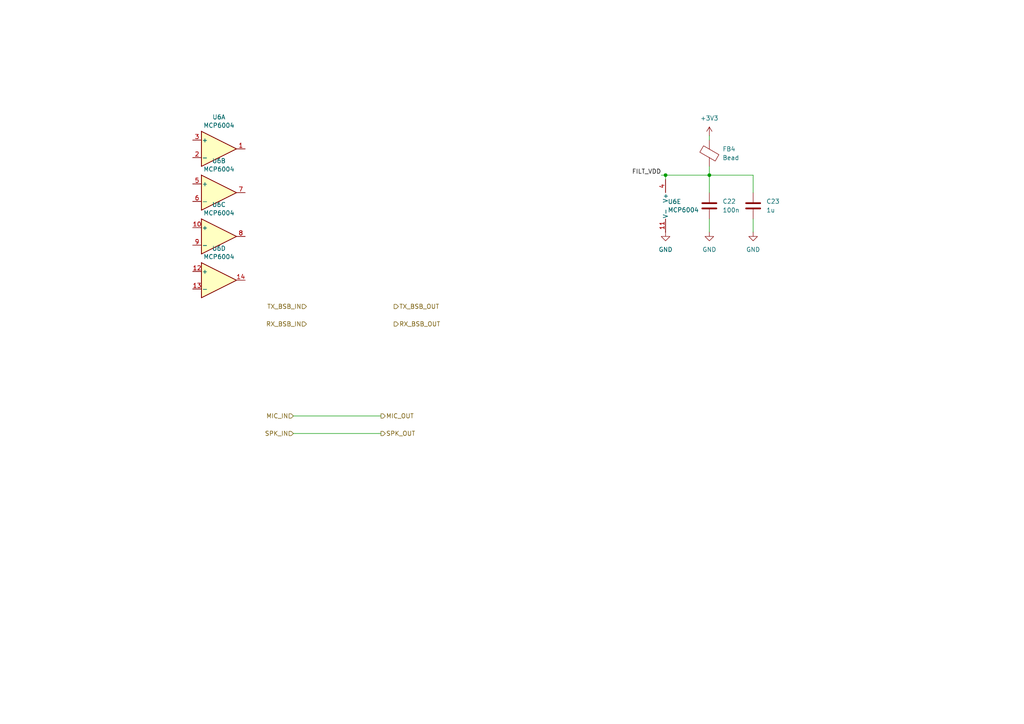
<source format=kicad_sch>
(kicad_sch (version 20231120) (generator "eeschema") (generator_version "8.0")
  (paper "A4")
  (title_block (title "Mainboard replacement for Nokia 3310") (date "25-10-2024") (rev "Rev A") (company "M17 Project") (comment 1 "Wojciech Kaczmarski, SP5WWP"))
  (lib_symbols
    (symbol "Amplifier_Operational:MCP6004" (pin_names (offset 0.127))
      (property "Reference" "U" (at 0 5.08 0))
      (property "Value" "MCP6004" (at 0 -5.08 0))
      (symbol "MCP6004_1_1"
        (polyline (pts (xy -5.08 5.08) (xy 5.08 0) (xy -5.08 -5.08) (xy -5.08 5.08)) (stroke (width 0.254)) (fill (type background)))
        (pin output line (at 7.62 0 180) (length 2.54) (name "~") (number "1"))
        (pin input line (at -7.62 -2.54 0) (length 2.54) (name "-") (number "2"))
        (pin input line (at -7.62 2.54 0) (length 2.54) (name "+") (number "3"))
      )
      (symbol "MCP6004_2_1"
        (polyline (pts (xy -5.08 5.08) (xy 5.08 0) (xy -5.08 -5.08) (xy -5.08 5.08)) (stroke (width 0.254)) (fill (type background)))
        (pin input line (at -7.62 2.54 0) (length 2.54) (name "+") (number "5"))
        (pin input line (at -7.62 -2.54 0) (length 2.54) (name "-") (number "6"))
        (pin output line (at 7.62 0 180) (length 2.54) (name "~") (number "7"))
      )
      (symbol "MCP6004_3_1"
        (polyline (pts (xy -5.08 5.08) (xy 5.08 0) (xy -5.08 -5.08) (xy -5.08 5.08)) (stroke (width 0.254)) (fill (type background)))
        (pin input line (at -7.62 2.54 0) (length 2.54) (name "+") (number "10"))
        (pin output line (at 7.62 0 180) (length 2.54) (name "~") (number "8"))
        (pin input line (at -7.62 -2.54 0) (length 2.54) (name "-") (number "9"))
      )
      (symbol "MCP6004_4_1"
        (polyline (pts (xy -5.08 5.08) (xy 5.08 0) (xy -5.08 -5.08) (xy -5.08 5.08)) (stroke (width 0.254)) (fill (type background)))
        (pin input line (at -7.62 2.54 0) (length 2.54) (name "+") (number "12"))
        (pin input line (at -7.62 -2.54 0) (length 2.54) (name "-") (number "13"))
        (pin output line (at 7.62 0 180) (length 2.54) (name "~") (number "14"))
      )
      (symbol "MCP6004_5_1"
        (pin power_in line (at -2.54 -7.62 90) (length 3.81) (name "V-") (number "11"))
        (pin power_in line (at -2.54 7.62 270) (length 3.81) (name "V+") (number "4"))
      )
    )
    (symbol "Device:C" (pin_numbers hide) (pin_names (offset 0.254))
      (property "Reference" "C" (at 0.635 2.54 0))
      (property "Value" "C" (at 0.635 -2.54 0))
      (symbol "C_0_1"
        (polyline (pts (xy -2.032 -0.762) (xy 2.032 -0.762)) (stroke (width 0.508)))
        (polyline (pts (xy -2.032 0.762) (xy 2.032 0.762)) (stroke (width 0.508)))
      )
      (symbol "C_1_1"
        (pin passive line (at 0 3.81 270) (length 2.794) (name "~") (number "1"))
        (pin passive line (at 0 -3.81 90) (length 2.794) (name "~") (number "2"))
      )
    )
    (symbol "Device:FerriteBead" (pin_numbers hide) (pin_names (offset 0))
      (property "Reference" "FB" (at -3.81 0.635 90))
      (property "Value" "FerriteBead" (at 3.81 0 90))
      (symbol "FerriteBead_0_1"
        (polyline (pts (xy 0 -1.27) (xy 0 -1.2192)))
        (polyline (pts (xy 0 1.27) (xy 0 1.2954)))
        (polyline (pts (xy -2.7686 0.4064) (xy -1.7018 2.2606) (xy 2.7686 -0.3048) (xy 1.6764 -2.159) (xy -2.7686 0.4064)))
      )
      (symbol "FerriteBead_1_1"
        (pin passive line (at 0 3.81 270) (length 2.54) (name "~") (number "1"))
        (pin passive line (at 0 -3.81 90) (length 2.54) (name "~") (number "2"))
      )
    )
    (symbol "power:+3V3" (power) (pin_numbers hide) (pin_names (offset 0) hide)
      (property "Value" "+3V3" (at 0 3.556 0))
      (symbol "+3V3_0_1"
        (polyline (pts (xy -0.762 1.27) (xy 0 2.54)))
        (polyline (pts (xy 0 0) (xy 0 2.54)))
        (polyline (pts (xy 0 2.54) (xy 0.762 1.27)))
      )
      (symbol "+3V3_1_1"
        (pin power_in line (at 0 0 90) (length 0) (name "~") (number "1"))
      )
    )
    (symbol "power:GND" (power) (pin_numbers hide) (pin_names (offset 0) hide)
      (property "Value" "GND" (at 0 -3.81 0))
      (symbol "GND_0_1"
        (polyline (pts (xy 0 0) (xy 0 -1.27) (xy 1.27 -1.27) (xy 0 -2.54) (xy -1.27 -1.27) (xy 0 -1.27)))
      )
      (symbol "GND_1_1"
        (pin power_in line (at 0 0 270) (length 0) (name "~") (number "1"))
      )
    )
  )
  (junction (at 193.04 50.8))
  (junction (at 205.74 50.8))
  (wire (pts (xy 218.44 50.8) (xy 205.74 50.8)))
  (wire (pts (xy 205.74 39.37) (xy 205.74 40.64)))
  (wire (pts (xy 205.74 48.26) (xy 205.74 50.8)))
  (wire (pts (xy 218.44 67.31) (xy 218.44 63.5)))
  (wire (pts (xy 193.04 50.8) (xy 205.74 50.8)))
  (wire (pts (xy 218.44 55.88) (xy 218.44 50.8)))
  (wire (pts (xy 205.74 50.8) (xy 205.74 55.88)))
  (wire (pts (xy 85.09 120.65) (xy 110.49 120.65)))
  (wire (pts (xy 85.09 125.73) (xy 110.49 125.73)))
  (wire (pts (xy 191.77 50.8) (xy 193.04 50.8)))
  (wire (pts (xy 205.74 63.5) (xy 205.74 67.31)))
  (wire (pts (xy 193.04 50.8) (xy 193.04 52.07)))
  (label "FILT_VDD" (at 191.77 50.8 180))
  (hierarchical_label "TX_BSB_IN" (shape input) (at 88.9 88.9 180))
  (hierarchical_label "SPK_IN" (shape input) (at 85.09 125.73 180))
  (hierarchical_label "MIC_IN" (shape input) (at 85.09 120.65 180))
  (hierarchical_label "RX_BSB_IN" (shape input) (at 88.9 93.98 180))
  (hierarchical_label "TX_BSB_OUT" (shape output) (at 114.3 88.9 0))
  (hierarchical_label "SPK_OUT" (shape output) (at 110.49 125.73 0))
  (hierarchical_label "RX_BSB_OUT" (shape output) (at 114.3 93.98 0))
  (hierarchical_label "MIC_OUT" (shape output) (at 110.49 120.65 0))
  (symbol (lib_id "power:GND") (at 193.04 67.31 0) (unit 1)
    (property "Reference" "#PWR065" (effects (hide yes)))
    (property "Value" "GND" (at 193.04 72.39 0))
    (property "Description" "Power symbol creates a global label with name \"GND\" , ground" (effects (hide yes)))
  )
  (symbol (lib_id "Amplifier_Operational:MCP6004") (at 63.5 81.28 0) (unit 4)
    (property "Reference" "U6" (at 63.5 72.0555 0))
    (property "Value" "MCP6004" (at 63.5 74.4798 0))
    (property "Datasheet" "http://ww1.microchip.com/downloads/en/DeviceDoc/21733j.pdf" (effects (hide yes)))
    (property "Description" "1MHz, Low-Power Op Amp, DIP-14/SOIC-14/TSSOP-14" (effects (hide yes)))
  )
  (symbol (lib_id "Device:FerriteBead") (at 205.74 44.45 180) (unit 1)
    (property "Reference" "FB4" (at 209.55 43.2307 0) (effects (justify right)))
    (property "Value" "Bead" (at 209.55 45.7707 0) (effects (justify right)))
    (property "Footprint" "Inductor_SMD:L_0805_2012Metric" (effects (hide yes)))
    (property "Description" "Ferrite bead" (effects (hide yes)))
    (property "PN" "81-NFZ2MSD102SZ10L" (effects (hide yes)))
    (property "MPN" "81-NFZ2MSD102SZ10L" (effects (hide yes)))
  )
  (symbol (lib_id "Device:C") (at 205.74 59.69 180) (unit 1)
    (property "Reference" "C22" (at 209.55 58.4199 0) (effects (justify right)))
    (property "Value" "100n" (at 209.55 60.9599 0) (effects (justify right)))
    (property "Footprint" "Capacitor_SMD:C_0805_2012Metric" (effects (hide yes)))
    (property "Description" "Unpolarized capacitor" (effects (hide yes)))
  )
  (symbol (lib_id "Amplifier_Operational:MCP6004") (at 195.58 59.69 0) (unit 5)
    (property "Reference" "U6" (at 193.675 58.4778 0) (effects (justify left)))
    (property "Value" "MCP6004" (at 193.675 60.9021 0) (effects (justify left)))
    (property "Datasheet" "http://ww1.microchip.com/downloads/en/DeviceDoc/21733j.pdf" (effects (hide yes)))
    (property "Description" "1MHz, Low-Power Op Amp, DIP-14/SOIC-14/TSSOP-14" (effects (hide yes)))
  )
  (symbol (lib_id "Amplifier_Operational:MCP6004") (at 63.5 43.18 0) (unit 1)
    (property "Reference" "U6" (at 63.5 33.9555 0))
    (property "Value" "MCP6004" (at 63.5 36.3798 0))
    (property "Datasheet" "http://ww1.microchip.com/downloads/en/DeviceDoc/21733j.pdf" (effects (hide yes)))
    (property "Description" "1MHz, Low-Power Op Amp, DIP-14/SOIC-14/TSSOP-14" (effects (hide yes)))
  )
  (symbol (lib_id "Device:C") (at 218.44 59.69 180) (unit 1)
    (property "Reference" "C23" (at 222.25 58.4199 0) (effects (justify right)))
    (property "Value" "1u" (at 222.25 60.9599 0) (effects (justify right)))
    (property "Footprint" "Capacitor_SMD:C_0805_2012Metric" (effects (hide yes)))
    (property "Description" "Unpolarized capacitor" (effects (hide yes)))
  )
  (symbol (lib_id "Amplifier_Operational:MCP6004") (at 63.5 55.88 0) (unit 2)
    (property "Reference" "U6" (at 63.5 46.6555 0))
    (property "Value" "MCP6004" (at 63.5 49.0798 0))
    (property "Datasheet" "http://ww1.microchip.com/downloads/en/DeviceDoc/21733j.pdf" (effects (hide yes)))
    (property "Description" "1MHz, Low-Power Op Amp, DIP-14/SOIC-14/TSSOP-14" (effects (hide yes)))
  )
  (symbol (lib_id "power:GND") (at 205.74 67.31 0) (unit 1)
    (property "Reference" "#PWR067" (effects (hide yes)))
    (property "Value" "GND" (at 205.74 72.39 0))
    (property "Description" "Power symbol creates a global label with name \"GND\" , ground" (effects (hide yes)))
  )
  (symbol (lib_id "power:+3V3") (at 205.74 39.37 0) (unit 1)
    (property "Reference" "#PWR066" (effects (hide yes)))
    (property "Value" "+3V3" (at 205.74 34.29 0))
    (property "Description" "Power symbol creates a global label with name \"+3V3\"" (effects (hide yes)))
  )
  (symbol (lib_id "power:GND") (at 218.44 67.31 0) (unit 1)
    (property "Reference" "#PWR068" (effects (hide yes)))
    (property "Value" "GND" (at 218.44 72.39 0))
    (property "Description" "Power symbol creates a global label with name \"GND\" , ground" (effects (hide yes)))
  )
  (symbol (lib_id "Amplifier_Operational:MCP6004") (at 63.5 68.58 0) (unit 3)
    (property "Reference" "U6" (at 63.5 59.3555 0))
    (property "Value" "MCP6004" (at 63.5 61.7798 0))
    (property "Datasheet" "http://ww1.microchip.com/downloads/en/DeviceDoc/21733j.pdf" (effects (hide yes)))
    (property "Description" "1MHz, Low-Power Op Amp, DIP-14/SOIC-14/TSSOP-14" (effects (hide yes)))
  )
)
</source>
